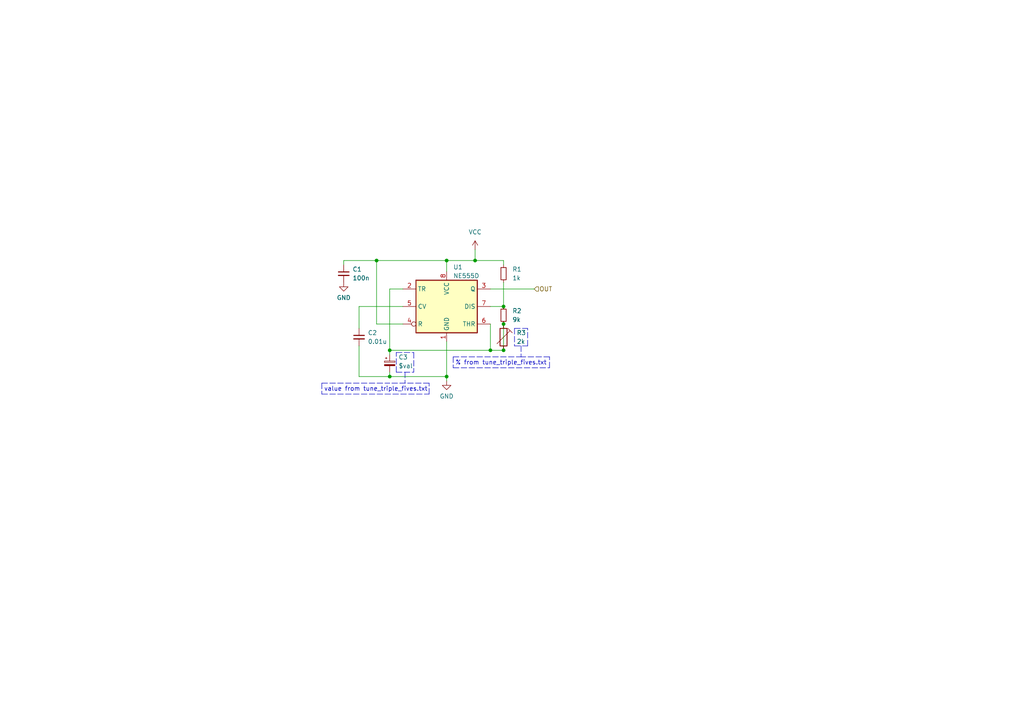
<source format=kicad_sch>
(kicad_sch (version 20211123) (generator eeschema)

  (uuid 0f45d60d-672d-4983-86dc-cbcb696ba297)

  (paper "A4")

  (lib_symbols
    (symbol "Device:C_Polarized_Small" (pin_numbers hide) (pin_names (offset 0.254) hide) (in_bom yes) (on_board yes)
      (property "Reference" "C" (id 0) (at 0.254 1.778 0)
        (effects (font (size 1.27 1.27)) (justify left))
      )
      (property "Value" "C_Polarized_Small" (id 1) (at 0.254 -2.032 0)
        (effects (font (size 1.27 1.27)) (justify left))
      )
      (property "Footprint" "" (id 2) (at 0 0 0)
        (effects (font (size 1.27 1.27)) hide)
      )
      (property "Datasheet" "~" (id 3) (at 0 0 0)
        (effects (font (size 1.27 1.27)) hide)
      )
      (property "ki_keywords" "cap capacitor" (id 4) (at 0 0 0)
        (effects (font (size 1.27 1.27)) hide)
      )
      (property "ki_description" "Polarized capacitor, small symbol" (id 5) (at 0 0 0)
        (effects (font (size 1.27 1.27)) hide)
      )
      (property "ki_fp_filters" "CP_*" (id 6) (at 0 0 0)
        (effects (font (size 1.27 1.27)) hide)
      )
      (symbol "C_Polarized_Small_0_1"
        (rectangle (start -1.524 -0.3048) (end 1.524 -0.6858)
          (stroke (width 0) (type default) (color 0 0 0 0))
          (fill (type outline))
        )
        (rectangle (start -1.524 0.6858) (end 1.524 0.3048)
          (stroke (width 0) (type default) (color 0 0 0 0))
          (fill (type none))
        )
        (polyline
          (pts
            (xy -1.27 1.524)
            (xy -0.762 1.524)
          )
          (stroke (width 0) (type default) (color 0 0 0 0))
          (fill (type none))
        )
        (polyline
          (pts
            (xy -1.016 1.27)
            (xy -1.016 1.778)
          )
          (stroke (width 0) (type default) (color 0 0 0 0))
          (fill (type none))
        )
      )
      (symbol "C_Polarized_Small_1_1"
        (pin passive line (at 0 2.54 270) (length 1.8542)
          (name "~" (effects (font (size 1.27 1.27))))
          (number "1" (effects (font (size 1.27 1.27))))
        )
        (pin passive line (at 0 -2.54 90) (length 1.8542)
          (name "~" (effects (font (size 1.27 1.27))))
          (number "2" (effects (font (size 1.27 1.27))))
        )
      )
    )
    (symbol "Device:C_Small" (pin_numbers hide) (pin_names (offset 0.254) hide) (in_bom yes) (on_board yes)
      (property "Reference" "C" (id 0) (at 0.254 1.778 0)
        (effects (font (size 1.27 1.27)) (justify left))
      )
      (property "Value" "C_Small" (id 1) (at 0.254 -2.032 0)
        (effects (font (size 1.27 1.27)) (justify left))
      )
      (property "Footprint" "" (id 2) (at 0 0 0)
        (effects (font (size 1.27 1.27)) hide)
      )
      (property "Datasheet" "~" (id 3) (at 0 0 0)
        (effects (font (size 1.27 1.27)) hide)
      )
      (property "ki_keywords" "capacitor cap" (id 4) (at 0 0 0)
        (effects (font (size 1.27 1.27)) hide)
      )
      (property "ki_description" "Unpolarized capacitor, small symbol" (id 5) (at 0 0 0)
        (effects (font (size 1.27 1.27)) hide)
      )
      (property "ki_fp_filters" "C_*" (id 6) (at 0 0 0)
        (effects (font (size 1.27 1.27)) hide)
      )
      (symbol "C_Small_0_1"
        (polyline
          (pts
            (xy -1.524 -0.508)
            (xy 1.524 -0.508)
          )
          (stroke (width 0.3302) (type default) (color 0 0 0 0))
          (fill (type none))
        )
        (polyline
          (pts
            (xy -1.524 0.508)
            (xy 1.524 0.508)
          )
          (stroke (width 0.3048) (type default) (color 0 0 0 0))
          (fill (type none))
        )
      )
      (symbol "C_Small_1_1"
        (pin passive line (at 0 2.54 270) (length 2.032)
          (name "~" (effects (font (size 1.27 1.27))))
          (number "1" (effects (font (size 1.27 1.27))))
        )
        (pin passive line (at 0 -2.54 90) (length 2.032)
          (name "~" (effects (font (size 1.27 1.27))))
          (number "2" (effects (font (size 1.27 1.27))))
        )
      )
    )
    (symbol "Device:R_Small" (pin_numbers hide) (pin_names (offset 0.254) hide) (in_bom yes) (on_board yes)
      (property "Reference" "R" (id 0) (at 0.762 0.508 0)
        (effects (font (size 1.27 1.27)) (justify left))
      )
      (property "Value" "R_Small" (id 1) (at 0.762 -1.016 0)
        (effects (font (size 1.27 1.27)) (justify left))
      )
      (property "Footprint" "" (id 2) (at 0 0 0)
        (effects (font (size 1.27 1.27)) hide)
      )
      (property "Datasheet" "~" (id 3) (at 0 0 0)
        (effects (font (size 1.27 1.27)) hide)
      )
      (property "ki_keywords" "R resistor" (id 4) (at 0 0 0)
        (effects (font (size 1.27 1.27)) hide)
      )
      (property "ki_description" "Resistor, small symbol" (id 5) (at 0 0 0)
        (effects (font (size 1.27 1.27)) hide)
      )
      (property "ki_fp_filters" "R_*" (id 6) (at 0 0 0)
        (effects (font (size 1.27 1.27)) hide)
      )
      (symbol "R_Small_0_1"
        (rectangle (start -0.762 1.778) (end 0.762 -1.778)
          (stroke (width 0.2032) (type default) (color 0 0 0 0))
          (fill (type none))
        )
      )
      (symbol "R_Small_1_1"
        (pin passive line (at 0 2.54 270) (length 0.762)
          (name "~" (effects (font (size 1.27 1.27))))
          (number "1" (effects (font (size 1.27 1.27))))
        )
        (pin passive line (at 0 -2.54 90) (length 0.762)
          (name "~" (effects (font (size 1.27 1.27))))
          (number "2" (effects (font (size 1.27 1.27))))
        )
      )
    )
    (symbol "Device:R_Trim" (pin_numbers hide) (pin_names (offset 0)) (in_bom yes) (on_board yes)
      (property "Reference" "R" (id 0) (at 2.54 -2.54 90)
        (effects (font (size 1.27 1.27)) (justify left))
      )
      (property "Value" "R_Trim" (id 1) (at -2.54 -0.635 90)
        (effects (font (size 1.27 1.27)) (justify left))
      )
      (property "Footprint" "" (id 2) (at -1.778 0 90)
        (effects (font (size 1.27 1.27)) hide)
      )
      (property "Datasheet" "~" (id 3) (at 0 0 0)
        (effects (font (size 1.27 1.27)) hide)
      )
      (property "ki_keywords" "R res resistor variable potentiometer trimmer" (id 4) (at 0 0 0)
        (effects (font (size 1.27 1.27)) hide)
      )
      (property "ki_description" "Trimmable resistor (preset resistor)" (id 5) (at 0 0 0)
        (effects (font (size 1.27 1.27)) hide)
      )
      (property "ki_fp_filters" "R_*" (id 6) (at 0 0 0)
        (effects (font (size 1.27 1.27)) hide)
      )
      (symbol "R_Trim_0_1"
        (rectangle (start -1.016 -2.54) (end 1.016 2.54)
          (stroke (width 0.254) (type default) (color 0 0 0 0))
          (fill (type none))
        )
        (polyline
          (pts
            (xy -1.905 -1.905)
            (xy 1.905 1.905)
            (xy 2.54 1.27)
            (xy 1.27 2.54)
          )
          (stroke (width 0) (type default) (color 0 0 0 0))
          (fill (type none))
        )
      )
      (symbol "R_Trim_1_1"
        (pin passive line (at 0 3.81 270) (length 1.27)
          (name "~" (effects (font (size 1.27 1.27))))
          (number "1" (effects (font (size 1.27 1.27))))
        )
        (pin passive line (at 0 -3.81 90) (length 1.27)
          (name "~" (effects (font (size 1.27 1.27))))
          (number "2" (effects (font (size 1.27 1.27))))
        )
      )
    )
    (symbol "Timer:NE555D" (in_bom yes) (on_board yes)
      (property "Reference" "U" (id 0) (at -10.16 8.89 0)
        (effects (font (size 1.27 1.27)) (justify left))
      )
      (property "Value" "NE555D" (id 1) (at 2.54 8.89 0)
        (effects (font (size 1.27 1.27)) (justify left))
      )
      (property "Footprint" "Package_SO:SOIC-8_3.9x4.9mm_P1.27mm" (id 2) (at 21.59 -10.16 0)
        (effects (font (size 1.27 1.27)) hide)
      )
      (property "Datasheet" "http://www.ti.com/lit/ds/symlink/ne555.pdf" (id 3) (at 21.59 -10.16 0)
        (effects (font (size 1.27 1.27)) hide)
      )
      (property "ki_keywords" "single timer 555" (id 4) (at 0 0 0)
        (effects (font (size 1.27 1.27)) hide)
      )
      (property "ki_description" "Precision Timers, 555 compatible, SOIC-8" (id 5) (at 0 0 0)
        (effects (font (size 1.27 1.27)) hide)
      )
      (property "ki_fp_filters" "SOIC*3.9x4.9mm*P1.27mm*" (id 6) (at 0 0 0)
        (effects (font (size 1.27 1.27)) hide)
      )
      (symbol "NE555D_0_0"
        (pin power_in line (at 0 -10.16 90) (length 2.54)
          (name "GND" (effects (font (size 1.27 1.27))))
          (number "1" (effects (font (size 1.27 1.27))))
        )
        (pin power_in line (at 0 10.16 270) (length 2.54)
          (name "VCC" (effects (font (size 1.27 1.27))))
          (number "8" (effects (font (size 1.27 1.27))))
        )
      )
      (symbol "NE555D_0_1"
        (rectangle (start -8.89 -7.62) (end 8.89 7.62)
          (stroke (width 0.254) (type default) (color 0 0 0 0))
          (fill (type background))
        )
        (rectangle (start -8.89 -7.62) (end 8.89 7.62)
          (stroke (width 0.254) (type default) (color 0 0 0 0))
          (fill (type background))
        )
      )
      (symbol "NE555D_1_1"
        (pin input line (at -12.7 5.08 0) (length 3.81)
          (name "TR" (effects (font (size 1.27 1.27))))
          (number "2" (effects (font (size 1.27 1.27))))
        )
        (pin output line (at 12.7 5.08 180) (length 3.81)
          (name "Q" (effects (font (size 1.27 1.27))))
          (number "3" (effects (font (size 1.27 1.27))))
        )
        (pin input inverted (at -12.7 -5.08 0) (length 3.81)
          (name "R" (effects (font (size 1.27 1.27))))
          (number "4" (effects (font (size 1.27 1.27))))
        )
        (pin input line (at -12.7 0 0) (length 3.81)
          (name "CV" (effects (font (size 1.27 1.27))))
          (number "5" (effects (font (size 1.27 1.27))))
        )
        (pin input line (at 12.7 -5.08 180) (length 3.81)
          (name "THR" (effects (font (size 1.27 1.27))))
          (number "6" (effects (font (size 1.27 1.27))))
        )
        (pin input line (at 12.7 0 180) (length 3.81)
          (name "DIS" (effects (font (size 1.27 1.27))))
          (number "7" (effects (font (size 1.27 1.27))))
        )
      )
    )
    (symbol "power:GND" (power) (pin_names (offset 0)) (in_bom yes) (on_board yes)
      (property "Reference" "#PWR" (id 0) (at 0 -6.35 0)
        (effects (font (size 1.27 1.27)) hide)
      )
      (property "Value" "GND" (id 1) (at 0 -3.81 0)
        (effects (font (size 1.27 1.27)))
      )
      (property "Footprint" "" (id 2) (at 0 0 0)
        (effects (font (size 1.27 1.27)) hide)
      )
      (property "Datasheet" "" (id 3) (at 0 0 0)
        (effects (font (size 1.27 1.27)) hide)
      )
      (property "ki_keywords" "power-flag" (id 4) (at 0 0 0)
        (effects (font (size 1.27 1.27)) hide)
      )
      (property "ki_description" "Power symbol creates a global label with name \"GND\" , ground" (id 5) (at 0 0 0)
        (effects (font (size 1.27 1.27)) hide)
      )
      (symbol "GND_0_1"
        (polyline
          (pts
            (xy 0 0)
            (xy 0 -1.27)
            (xy 1.27 -1.27)
            (xy 0 -2.54)
            (xy -1.27 -1.27)
            (xy 0 -1.27)
          )
          (stroke (width 0) (type default) (color 0 0 0 0))
          (fill (type none))
        )
      )
      (symbol "GND_1_1"
        (pin power_in line (at 0 0 270) (length 0) hide
          (name "GND" (effects (font (size 1.27 1.27))))
          (number "1" (effects (font (size 1.27 1.27))))
        )
      )
    )
    (symbol "power:VCC" (power) (pin_names (offset 0)) (in_bom yes) (on_board yes)
      (property "Reference" "#PWR" (id 0) (at 0 -3.81 0)
        (effects (font (size 1.27 1.27)) hide)
      )
      (property "Value" "VCC" (id 1) (at 0 3.81 0)
        (effects (font (size 1.27 1.27)))
      )
      (property "Footprint" "" (id 2) (at 0 0 0)
        (effects (font (size 1.27 1.27)) hide)
      )
      (property "Datasheet" "" (id 3) (at 0 0 0)
        (effects (font (size 1.27 1.27)) hide)
      )
      (property "ki_keywords" "power-flag" (id 4) (at 0 0 0)
        (effects (font (size 1.27 1.27)) hide)
      )
      (property "ki_description" "Power symbol creates a global label with name \"VCC\"" (id 5) (at 0 0 0)
        (effects (font (size 1.27 1.27)) hide)
      )
      (symbol "VCC_0_1"
        (polyline
          (pts
            (xy -0.762 1.27)
            (xy 0 2.54)
          )
          (stroke (width 0) (type default) (color 0 0 0 0))
          (fill (type none))
        )
        (polyline
          (pts
            (xy 0 0)
            (xy 0 2.54)
          )
          (stroke (width 0) (type default) (color 0 0 0 0))
          (fill (type none))
        )
        (polyline
          (pts
            (xy 0 2.54)
            (xy 0.762 1.27)
          )
          (stroke (width 0) (type default) (color 0 0 0 0))
          (fill (type none))
        )
      )
      (symbol "VCC_1_1"
        (pin power_in line (at 0 0 90) (length 0) hide
          (name "VCC" (effects (font (size 1.27 1.27))))
          (number "1" (effects (font (size 1.27 1.27))))
        )
      )
    )
  )

  (junction (at 113.03 101.6) (diameter 0) (color 0 0 0 0)
    (uuid 2c58a346-ffd2-4961-b437-aeac0363efd0)
  )
  (junction (at 129.54 109.22) (diameter 0) (color 0 0 0 0)
    (uuid 738ba716-b144-4d9d-a97f-9a5e3edc1787)
  )
  (junction (at 142.24 101.6) (diameter 0) (color 0 0 0 0)
    (uuid 7b851829-7752-4b0b-afa8-7e1ca1a6d8ff)
  )
  (junction (at 146.05 88.9) (diameter 0) (color 0 0 0 0)
    (uuid 9bf4d7a8-225e-4f66-85b8-85868405b7d8)
  )
  (junction (at 137.795 75.565) (diameter 0) (color 0 0 0 0)
    (uuid 9ccabba3-d891-4d63-8dbc-bfdb99929783)
  )
  (junction (at 109.22 75.565) (diameter 0) (color 0 0 0 0)
    (uuid 9d42b08e-20c7-4a44-ae23-52cfdb4770af)
  )
  (junction (at 146.05 101.6) (diameter 0) (color 0 0 0 0)
    (uuid bf46ec64-859f-435f-a314-49740addb541)
  )
  (junction (at 113.03 109.22) (diameter 0) (color 0 0 0 0)
    (uuid bfc61450-a1de-4541-84f6-caa5cf796d02)
  )
  (junction (at 129.54 75.565) (diameter 0) (color 0 0 0 0)
    (uuid f84a0f9f-b031-4fe7-8478-dc5d7b9d04c7)
  )
  (junction (at 146.05 93.98) (diameter 0) (color 0 0 0 0)
    (uuid ff75890b-71b0-4dac-b353-dff59fcb24d5)
  )

  (polyline (pts (xy 114.935 107.95) (xy 114.935 102.235))
    (stroke (width 0) (type default) (color 0 0 0 0))
    (uuid 0d199c38-30b2-4e9d-b526-0696eb1b8074)
  )
  (polyline (pts (xy 124.46 114.3) (xy 124.46 111.125))
    (stroke (width 0) (type default) (color 0 0 0 0))
    (uuid 0ff535db-6330-43e9-b0e5-c71b614bf799)
  )
  (polyline (pts (xy 131.445 106.68) (xy 159.385 106.68))
    (stroke (width 0) (type default) (color 0 0 0 0))
    (uuid 204ace91-f134-4451-8823-eb71a458bc89)
  )
  (polyline (pts (xy 159.385 103.505) (xy 151.13 103.505))
    (stroke (width 0) (type default) (color 0 0 0 0))
    (uuid 2135eddd-f41f-4ab2-a263-8dadf6425926)
  )

  (wire (pts (xy 146.05 101.6) (xy 142.24 101.6))
    (stroke (width 0) (type default) (color 0 0 0 0))
    (uuid 216bb65a-fd12-4e58-80f5-c3c3305d54bc)
  )
  (wire (pts (xy 146.05 81.915) (xy 146.05 88.9))
    (stroke (width 0) (type default) (color 0 0 0 0))
    (uuid 22a53141-21aa-412b-86b8-248a3b2fc081)
  )
  (polyline (pts (xy 124.46 111.125) (xy 113.03 111.125))
    (stroke (width 0) (type default) (color 0 0 0 0))
    (uuid 23a97718-2913-490d-9b2b-1a8abb652fbf)
  )

  (wire (pts (xy 113.03 83.82) (xy 116.84 83.82))
    (stroke (width 0) (type default) (color 0 0 0 0))
    (uuid 23ea8a6c-4c4d-4eff-a5bf-05cd0ca18e7e)
  )
  (wire (pts (xy 116.84 93.98) (xy 109.22 93.98))
    (stroke (width 0) (type default) (color 0 0 0 0))
    (uuid 300ca35a-9a4c-44d3-b232-e5240a1c6cf4)
  )
  (polyline (pts (xy 131.445 103.505) (xy 151.13 103.505))
    (stroke (width 0) (type default) (color 0 0 0 0))
    (uuid 34855f22-bfbe-445f-a6e7-10056056a2b7)
  )

  (wire (pts (xy 129.54 99.06) (xy 129.54 109.22))
    (stroke (width 0) (type default) (color 0 0 0 0))
    (uuid 38cf90d0-6a4d-40ca-859a-7abf55a9f622)
  )
  (wire (pts (xy 113.03 102.87) (xy 113.03 101.6))
    (stroke (width 0) (type default) (color 0 0 0 0))
    (uuid 4ad478c9-a022-4688-a8a6-4aff94a8ae00)
  )
  (polyline (pts (xy 159.385 106.68) (xy 159.385 103.505))
    (stroke (width 0) (type default) (color 0 0 0 0))
    (uuid 5074871c-a142-4415-a87c-8f5614fceac5)
  )
  (polyline (pts (xy 151.13 100.33) (xy 151.13 103.505))
    (stroke (width 0) (type default) (color 0 0 0 0))
    (uuid 53a0da58-04d2-483f-b7fe-7d56ad9d51fe)
  )

  (wire (pts (xy 113.03 109.22) (xy 129.54 109.22))
    (stroke (width 0) (type default) (color 0 0 0 0))
    (uuid 56d89c2e-474b-4dbe-9793-e3091ae036a6)
  )
  (polyline (pts (xy 114.935 102.235) (xy 120.015 102.235))
    (stroke (width 0) (type default) (color 0 0 0 0))
    (uuid 5f79ca16-1b5e-47ab-90c2-75b897302cd0)
  )
  (polyline (pts (xy 131.445 103.505) (xy 131.445 106.68))
    (stroke (width 0) (type default) (color 0 0 0 0))
    (uuid 68b1ac70-a21f-4982-829b-fd004f2d76a3)
  )

  (wire (pts (xy 113.03 109.22) (xy 104.14 109.22))
    (stroke (width 0) (type default) (color 0 0 0 0))
    (uuid 6e34c56e-9eac-4e0c-98ea-41a21c440314)
  )
  (polyline (pts (xy 93.345 111.125) (xy 93.345 114.3))
    (stroke (width 0) (type default) (color 0 0 0 0))
    (uuid 751088e5-f881-4710-b0ee-4bab9767c4a7)
  )

  (wire (pts (xy 137.795 72.39) (xy 137.795 75.565))
    (stroke (width 0) (type default) (color 0 0 0 0))
    (uuid 764b1623-2714-49e5-a596-8117095cb59a)
  )
  (wire (pts (xy 142.24 88.9) (xy 146.05 88.9))
    (stroke (width 0) (type default) (color 0 0 0 0))
    (uuid 7d053b10-d9d6-4df0-a2b5-a2a150a29a1d)
  )
  (wire (pts (xy 104.14 109.22) (xy 104.14 100.33))
    (stroke (width 0) (type default) (color 0 0 0 0))
    (uuid 887f0882-d36b-4c2a-80c8-59cf205ec58e)
  )
  (wire (pts (xy 137.795 75.565) (xy 129.54 75.565))
    (stroke (width 0) (type default) (color 0 0 0 0))
    (uuid 8f81f532-e99b-4e47-891c-2658cb1b074e)
  )
  (wire (pts (xy 109.22 75.565) (xy 99.695 75.565))
    (stroke (width 0) (type default) (color 0 0 0 0))
    (uuid 97bdb6ed-6ea6-484b-90c5-7684e2a5d45a)
  )
  (wire (pts (xy 129.54 110.49) (xy 129.54 109.22))
    (stroke (width 0) (type default) (color 0 0 0 0))
    (uuid 9b34ea9a-235f-4784-ab8b-fd98b7a5cd9f)
  )
  (wire (pts (xy 104.14 88.9) (xy 116.84 88.9))
    (stroke (width 0) (type default) (color 0 0 0 0))
    (uuid 9bd72d67-d096-409c-bd5c-e7870f05b8d1)
  )
  (wire (pts (xy 113.03 109.22) (xy 113.03 107.95))
    (stroke (width 0) (type default) (color 0 0 0 0))
    (uuid 9c97e3f0-5b4b-4ade-a39e-c021b90470ae)
  )
  (polyline (pts (xy 117.475 107.95) (xy 117.475 111.125))
    (stroke (width 0) (type default) (color 0 0 0 0))
    (uuid 9f02fbcf-a468-4c8a-8bf6-3edf554c7296)
  )

  (wire (pts (xy 137.795 75.565) (xy 146.05 75.565))
    (stroke (width 0) (type default) (color 0 0 0 0))
    (uuid a538aa90-6cdb-473c-b596-22c7f422c75b)
  )
  (wire (pts (xy 104.14 95.25) (xy 104.14 88.9))
    (stroke (width 0) (type default) (color 0 0 0 0))
    (uuid a7623316-5d1f-4eaf-b522-9df63f7d0be2)
  )
  (polyline (pts (xy 93.345 114.3) (xy 124.46 114.3))
    (stroke (width 0) (type default) (color 0 0 0 0))
    (uuid ac002a10-12d7-4aea-bd14-c072d1fa1887)
  )

  (wire (pts (xy 146.05 76.835) (xy 146.05 75.565))
    (stroke (width 0) (type default) (color 0 0 0 0))
    (uuid b4ddc92b-6bd0-4a0e-994f-b64a09aebc1a)
  )
  (wire (pts (xy 129.54 75.565) (xy 129.54 78.74))
    (stroke (width 0) (type default) (color 0 0 0 0))
    (uuid c29ce0ee-3a3d-4696-a2a2-6fc7a727c11b)
  )
  (polyline (pts (xy 153.035 100.33) (xy 153.035 95.25))
    (stroke (width 0) (type default) (color 0 0 0 0))
    (uuid c452bf7c-7955-41ab-9bfe-20e825b9021b)
  )
  (polyline (pts (xy 93.345 111.125) (xy 113.03 111.125))
    (stroke (width 0) (type default) (color 0 0 0 0))
    (uuid ca183280-0fbb-42cc-82f4-1cb78e48b9c2)
  )
  (polyline (pts (xy 120.015 102.235) (xy 120.015 107.95))
    (stroke (width 0) (type default) (color 0 0 0 0))
    (uuid cc154f78-dd60-4456-9e07-63c4195f0dfa)
  )
  (polyline (pts (xy 149.225 100.33) (xy 153.035 100.33))
    (stroke (width 0) (type default) (color 0 0 0 0))
    (uuid cf33bbc7-5273-49fa-b60c-05eb7fea757a)
  )

  (wire (pts (xy 109.22 75.565) (xy 129.54 75.565))
    (stroke (width 0) (type default) (color 0 0 0 0))
    (uuid d0ff43a5-b1a5-493e-9676-04e879550653)
  )
  (wire (pts (xy 142.24 101.6) (xy 113.03 101.6))
    (stroke (width 0) (type default) (color 0 0 0 0))
    (uuid d4212305-3dc3-427d-90f6-2d904326a3ae)
  )
  (wire (pts (xy 142.24 93.98) (xy 142.24 101.6))
    (stroke (width 0) (type default) (color 0 0 0 0))
    (uuid d86667a5-9a10-430f-a40e-3466fec93016)
  )
  (polyline (pts (xy 149.225 95.25) (xy 153.035 95.25))
    (stroke (width 0) (type default) (color 0 0 0 0))
    (uuid dac1ce82-ca03-4739-a5b0-8cbab8a51dcd)
  )
  (polyline (pts (xy 114.935 107.95) (xy 120.015 107.95))
    (stroke (width 0) (type default) (color 0 0 0 0))
    (uuid de159404-d49e-4cf5-9043-782e23201e8d)
  )
  (polyline (pts (xy 149.225 95.25) (xy 149.225 100.33))
    (stroke (width 0) (type default) (color 0 0 0 0))
    (uuid df361a83-ce01-44dd-a298-4cd20955111a)
  )

  (wire (pts (xy 113.03 101.6) (xy 113.03 83.82))
    (stroke (width 0) (type default) (color 0 0 0 0))
    (uuid e1188e87-bf55-465d-a01c-74d54950d269)
  )
  (wire (pts (xy 99.695 75.565) (xy 99.695 76.835))
    (stroke (width 0) (type default) (color 0 0 0 0))
    (uuid ecad5b01-201b-49d6-9302-eafa45ee80d0)
  )
  (wire (pts (xy 146.05 93.98) (xy 146.05 101.6))
    (stroke (width 0) (type default) (color 0 0 0 0))
    (uuid f48dd7c5-d9d8-4e12-afa6-0c9b73c83be0)
  )
  (wire (pts (xy 142.24 83.82) (xy 154.94 83.82))
    (stroke (width 0) (type default) (color 0 0 0 0))
    (uuid f7e0bd2c-e475-406c-8038-7ccf247f6c96)
  )
  (wire (pts (xy 109.22 93.98) (xy 109.22 75.565))
    (stroke (width 0) (type default) (color 0 0 0 0))
    (uuid fcc86a96-9ecc-45ce-8473-cafe8a63b523)
  )

  (text "value from tune_triple_fives.txt" (at 93.98 113.665 0)
    (effects (font (size 1.27 1.27)) (justify left bottom))
    (uuid 62e5995e-c5d6-467e-b8f8-94c4590cde12)
  )
  (text "% from tune_triple_fives.txt" (at 132.08 106.045 0)
    (effects (font (size 1.27 1.27)) (justify left bottom))
    (uuid 8d1a28b5-fdc9-4098-ab2b-37451698106f)
  )

  (hierarchical_label "OUT" (shape input) (at 154.94 83.82 0)
    (effects (font (size 1.27 1.27)) (justify left))
    (uuid 6615abd6-1793-4cc0-87f1-78313216f32f)
  )

  (symbol (lib_id "Device:R_Small") (at 146.05 79.375 180) (unit 1)
    (in_bom yes) (on_board yes) (fields_autoplaced)
    (uuid 01728b94-15bb-4802-bc63-07348dd81d05)
    (property "Reference" "R1" (id 0) (at 148.59 78.1049 0)
      (effects (font (size 1.27 1.27)) (justify right))
    )
    (property "Value" "1k" (id 1) (at 148.59 80.6449 0)
      (effects (font (size 1.27 1.27)) (justify right))
    )
    (property "Footprint" "Resistor_SMD:R_0603_1608Metric" (id 2) (at 146.05 79.375 0)
      (effects (font (size 1.27 1.27)) hide)
    )
    (property "Datasheet" "~" (id 3) (at 146.05 79.375 0)
      (effects (font (size 1.27 1.27)) hide)
    )
    (pin "1" (uuid 3da5a406-5bce-4e4a-8b18-9d392a0d7c01))
    (pin "2" (uuid 6297523d-8121-4f33-a19c-b19a1f7f9acd))
  )

  (symbol (lib_id "Device:C_Small") (at 99.695 79.375 0) (unit 1)
    (in_bom yes) (on_board yes) (fields_autoplaced)
    (uuid 0b8ab69a-5d5b-4caf-99e7-308fbe6cfca7)
    (property "Reference" "C1" (id 0) (at 102.235 78.1112 0)
      (effects (font (size 1.27 1.27)) (justify left))
    )
    (property "Value" "100n" (id 1) (at 102.235 80.6512 0)
      (effects (font (size 1.27 1.27)) (justify left))
    )
    (property "Footprint" "Capacitor_SMD:C_0603_1608Metric" (id 2) (at 99.695 79.375 0)
      (effects (font (size 1.27 1.27)) hide)
    )
    (property "Datasheet" "~" (id 3) (at 99.695 79.375 0)
      (effects (font (size 1.27 1.27)) hide)
    )
    (pin "1" (uuid f0b758a0-a27d-45e4-9fcb-2d15c38ce6b5))
    (pin "2" (uuid 16fd7bc6-973c-494f-947a-ecf896814c68))
  )

  (symbol (lib_id "power:GND") (at 99.695 81.915 0) (unit 1)
    (in_bom yes) (on_board yes) (fields_autoplaced)
    (uuid 14262b01-2d69-4540-a847-afd57137bbf6)
    (property "Reference" "#PWR?" (id 0) (at 99.695 88.265 0)
      (effects (font (size 1.27 1.27)) hide)
    )
    (property "Value" "GND" (id 1) (at 99.695 86.36 0))
    (property "Footprint" "" (id 2) (at 99.695 81.915 0)
      (effects (font (size 1.27 1.27)) hide)
    )
    (property "Datasheet" "" (id 3) (at 99.695 81.915 0)
      (effects (font (size 1.27 1.27)) hide)
    )
    (pin "1" (uuid 1559a96d-db14-4347-8212-bfd3e29b0221))
  )

  (symbol (lib_id "power:GND") (at 129.54 110.49 0) (unit 1)
    (in_bom yes) (on_board yes) (fields_autoplaced)
    (uuid 15cf4d75-5ac9-4024-9156-561c5b828d2f)
    (property "Reference" "#PWR?" (id 0) (at 129.54 116.84 0)
      (effects (font (size 1.27 1.27)) hide)
    )
    (property "Value" "GND" (id 1) (at 129.54 114.935 0))
    (property "Footprint" "" (id 2) (at 129.54 110.49 0)
      (effects (font (size 1.27 1.27)) hide)
    )
    (property "Datasheet" "" (id 3) (at 129.54 110.49 0)
      (effects (font (size 1.27 1.27)) hide)
    )
    (pin "1" (uuid 94113508-04f1-49cc-81a7-d1e1e466f089))
  )

  (symbol (lib_id "power:VCC") (at 137.795 72.39 0) (unit 1)
    (in_bom yes) (on_board yes) (fields_autoplaced)
    (uuid 3d1b0f7d-cb60-480d-80e4-0ca62d862def)
    (property "Reference" "#PWR?" (id 0) (at 137.795 76.2 0)
      (effects (font (size 1.27 1.27)) hide)
    )
    (property "Value" "VCC" (id 1) (at 137.795 67.31 0))
    (property "Footprint" "" (id 2) (at 137.795 72.39 0)
      (effects (font (size 1.27 1.27)) hide)
    )
    (property "Datasheet" "" (id 3) (at 137.795 72.39 0)
      (effects (font (size 1.27 1.27)) hide)
    )
    (pin "1" (uuid ae47144b-ae25-4501-bd64-ea39bee5e20b))
  )

  (symbol (lib_id "Device:R_Small") (at 146.05 91.44 180) (unit 1)
    (in_bom yes) (on_board yes) (fields_autoplaced)
    (uuid 58c2e80a-178c-4183-9d58-aabe9b78079e)
    (property "Reference" "R2" (id 0) (at 148.59 90.1699 0)
      (effects (font (size 1.27 1.27)) (justify right))
    )
    (property "Value" "9k" (id 1) (at 148.59 92.7099 0)
      (effects (font (size 1.27 1.27)) (justify right))
    )
    (property "Footprint" "Resistor_SMD:R_0603_1608Metric" (id 2) (at 146.05 91.44 0)
      (effects (font (size 1.27 1.27)) hide)
    )
    (property "Datasheet" "~" (id 3) (at 146.05 91.44 0)
      (effects (font (size 1.27 1.27)) hide)
    )
    (pin "1" (uuid 6b7f5aed-daae-4a3b-961a-dfffc41246e8))
    (pin "2" (uuid 898986ca-366c-4222-af30-78ef506a3596))
  )

  (symbol (lib_id "Timer:NE555D") (at 129.54 88.9 0) (unit 1)
    (in_bom yes) (on_board yes)
    (uuid 8d8a82f8-548b-4020-9046-ae5fc89e7b12)
    (property "Reference" "U1" (id 0) (at 131.445 77.47 0)
      (effects (font (size 1.27 1.27)) (justify left))
    )
    (property "Value" "NE555D" (id 1) (at 131.445 80.01 0)
      (effects (font (size 1.27 1.27)) (justify left))
    )
    (property "Footprint" "Package_SO:SOIC-8_3.9x4.9mm_P1.27mm" (id 2) (at 151.13 99.06 0)
      (effects (font (size 1.27 1.27)) hide)
    )
    (property "Datasheet" "http://www.ti.com/lit/ds/symlink/ne555.pdf" (id 3) (at 151.13 99.06 0)
      (effects (font (size 1.27 1.27)) hide)
    )
    (pin "1" (uuid 2c146d3e-96a6-4cbd-af8f-94c43c3dd861))
    (pin "8" (uuid be21361b-836e-4ca3-8abb-37efeb59cde4))
    (pin "2" (uuid 8e2b0d0b-13af-48b7-bfff-1580d5262a78))
    (pin "3" (uuid fc17ce57-987e-4a89-9d56-2d6d549d7587))
    (pin "4" (uuid 4793f85e-7fdd-4000-b310-66a1ed97b798))
    (pin "5" (uuid a1381385-0273-4a03-8ab4-d7c3b22bd7c5))
    (pin "6" (uuid a6b6f14b-63df-4eb3-8e24-256cda2228c5))
    (pin "7" (uuid 6777986e-510c-4cd6-85fb-4f4a4e09d3be))
  )

  (symbol (lib_id "Device:R_Trim") (at 146.05 97.79 0) (unit 1)
    (in_bom yes) (on_board yes) (fields_autoplaced)
    (uuid b79a067e-4c88-4ac3-a368-fed11fbf3932)
    (property "Reference" "R3" (id 0) (at 149.86 96.5199 0)
      (effects (font (size 1.27 1.27)) (justify left))
    )
    (property "Value" "2k" (id 1) (at 149.86 99.0599 0)
      (effects (font (size 1.27 1.27)) (justify left))
    )
    (property "Footprint" "" (id 2) (at 144.272 97.79 90)
      (effects (font (size 1.27 1.27)) hide)
    )
    (property "Datasheet" "~" (id 3) (at 146.05 97.79 0)
      (effects (font (size 1.27 1.27)) hide)
    )
    (pin "1" (uuid a6a9442d-fd87-4a0b-b033-66e2cf87c64c))
    (pin "2" (uuid 861243cf-399d-4bb0-a8b4-33c9e4e5ed9d))
  )

  (symbol (lib_id "Device:C_Polarized_Small") (at 113.03 105.41 0) (unit 1)
    (in_bom yes) (on_board yes) (fields_autoplaced)
    (uuid bec44430-472d-4447-ad4b-e693a26b3ee0)
    (property "Reference" "C3" (id 0) (at 115.57 103.5938 0)
      (effects (font (size 1.27 1.27)) (justify left))
    )
    (property "Value" "$val" (id 1) (at 115.57 106.1338 0)
      (effects (font (size 1.27 1.27)) (justify left))
    )
    (property "Footprint" "Capacitor_SMD:C_0603_1608Metric" (id 2) (at 113.03 105.41 0)
      (effects (font (size 1.27 1.27)) hide)
    )
    (property "Datasheet" "~" (id 3) (at 113.03 105.41 0)
      (effects (font (size 1.27 1.27)) hide)
    )
    (pin "1" (uuid 7fe00176-0659-4b55-8bc8-c0fb2dc64a4a))
    (pin "2" (uuid 8f14fc7e-fb8e-42f6-a3d6-1d531eb3af2b))
  )

  (symbol (lib_id "Device:C_Small") (at 104.14 97.79 0) (unit 1)
    (in_bom yes) (on_board yes) (fields_autoplaced)
    (uuid d92aa774-a972-4ae5-a767-33e74405c057)
    (property "Reference" "C2" (id 0) (at 106.68 96.5262 0)
      (effects (font (size 1.27 1.27)) (justify left))
    )
    (property "Value" "0.01u" (id 1) (at 106.68 99.0662 0)
      (effects (font (size 1.27 1.27)) (justify left))
    )
    (property "Footprint" "Capacitor_SMD:C_0603_1608Metric" (id 2) (at 104.14 97.79 0)
      (effects (font (size 1.27 1.27)) hide)
    )
    (property "Datasheet" "~" (id 3) (at 104.14 97.79 0)
      (effects (font (size 1.27 1.27)) hide)
    )
    (pin "1" (uuid f7303005-529a-44b6-b82b-c820158b9bc1))
    (pin "2" (uuid 0195c1ba-bd62-4081-982d-a19a015fa0de))
  )

  (sheet_instances
    (path "/" (page "1"))
  )

  (symbol_instances
    (path "/14262b01-2d69-4540-a847-afd57137bbf6"
      (reference "#PWR?") (unit 1) (value "GND") (footprint "")
    )
    (path "/15cf4d75-5ac9-4024-9156-561c5b828d2f"
      (reference "#PWR?") (unit 1) (value "GND") (footprint "")
    )
    (path "/3d1b0f7d-cb60-480d-80e4-0ca62d862def"
      (reference "#PWR?") (unit 1) (value "VCC") (footprint "")
    )
    (path "/0b8ab69a-5d5b-4caf-99e7-308fbe6cfca7"
      (reference "C1") (unit 1) (value "100n") (footprint "Capacitor_SMD:C_0603_1608Metric")
    )
    (path "/d92aa774-a972-4ae5-a767-33e74405c057"
      (reference "C2") (unit 1) (value "0.01u") (footprint "Capacitor_SMD:C_0603_1608Metric")
    )
    (path "/bec44430-472d-4447-ad4b-e693a26b3ee0"
      (reference "C3") (unit 1) (value "$val") (footprint "Capacitor_SMD:C_0603_1608Metric")
    )
    (path "/01728b94-15bb-4802-bc63-07348dd81d05"
      (reference "R1") (unit 1) (value "1k") (footprint "Resistor_SMD:R_0603_1608Metric")
    )
    (path "/58c2e80a-178c-4183-9d58-aabe9b78079e"
      (reference "R2") (unit 1) (value "9k") (footprint "Resistor_SMD:R_0603_1608Metric")
    )
    (path "/b79a067e-4c88-4ac3-a368-fed11fbf3932"
      (reference "R3") (unit 1) (value "2k") (footprint "")
    )
    (path "/8d8a82f8-548b-4020-9046-ae5fc89e7b12"
      (reference "U1") (unit 1) (value "NE555D") (footprint "Package_SO:SOIC-8_3.9x4.9mm_P1.27mm")
    )
  )
)

</source>
